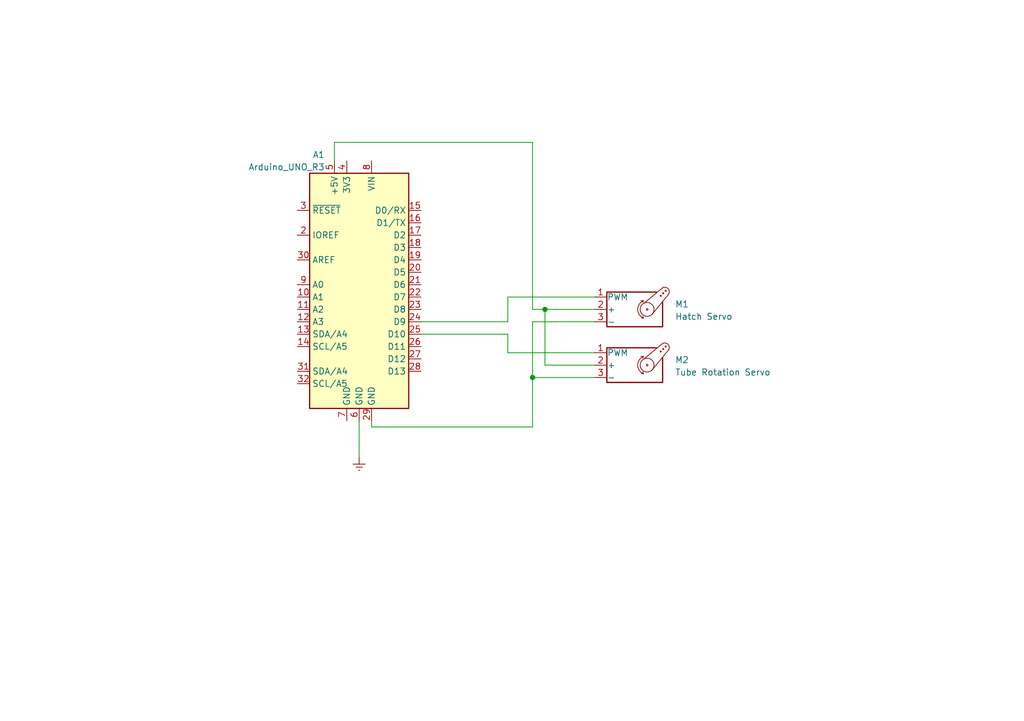
<source format=kicad_sch>
(kicad_sch (version 20230121) (generator eeschema)
  (paper "A5")
  (title_block (title "Dumper Simple Circuit") (date "2024-02-20"))
  (lib_symbols
    (symbol "MCU_Module:Arduino_UNO_R3"
      (property "Reference" "A" (at -10.16 23.495 0))
      (property "Value" "Arduino_UNO_R3" (at 5.08 -26.67 0))
      (symbol "Arduino_UNO_R3_0_1"
        (rectangle (start -10.16 22.86) (end 10.16 -25.4) (stroke (width 0.254)) (fill (type background)))
      )
      (symbol "Arduino_UNO_R3_1_1"
        (pin no_connect line (at -10.16 -20.32 0) (length 2.54) hide (name "NC") (number "1"))
        (pin bidirectional line (at 12.7 -2.54 180) (length 2.54) (name "A1") (number "10"))
        (pin bidirectional line (at 12.7 -5.08 180) (length 2.54) (name "A2") (number "11"))
        (pin bidirectional line (at 12.7 -7.62 180) (length 2.54) (name "A3") (number "12"))
        (pin bidirectional line (at 12.7 -10.16 180) (length 2.54) (name "SDA/A4") (number "13"))
        (pin bidirectional line (at 12.7 -12.7 180) (length 2.54) (name "SCL/A5") (number "14"))
        (pin bidirectional line (at -12.7 15.24 0) (length 2.54) (name "D0/RX") (number "15"))
        (pin bidirectional line (at -12.7 12.7 0) (length 2.54) (name "D1/TX") (number "16"))
        (pin bidirectional line (at -12.7 10.16 0) (length 2.54) (name "D2") (number "17"))
        (pin bidirectional line (at -12.7 7.62 0) (length 2.54) (name "D3") (number "18"))
        (pin bidirectional line (at -12.7 5.08 0) (length 2.54) (name "D4") (number "19"))
        (pin output line (at 12.7 10.16 180) (length 2.54) (name "IOREF") (number "2"))
        (pin bidirectional line (at -12.7 2.54 0) (length 2.54) (name "D5") (number "20"))
        (pin bidirectional line (at -12.7 0 0) (length 2.54) (name "D6") (number "21"))
        (pin bidirectional line (at -12.7 -2.54 0) (length 2.54) (name "D7") (number "22"))
        (pin bidirectional line (at -12.7 -5.08 0) (length 2.54) (name "D8") (number "23"))
        (pin bidirectional line (at -12.7 -7.62 0) (length 2.54) (name "D9") (number "24"))
        (pin bidirectional line (at -12.7 -10.16 0) (length 2.54) (name "D10") (number "25"))
        (pin bidirectional line (at -12.7 -12.7 0) (length 2.54) (name "D11") (number "26"))
        (pin bidirectional line (at -12.7 -15.24 0) (length 2.54) (name "D12") (number "27"))
        (pin bidirectional line (at -12.7 -17.78 0) (length 2.54) (name "D13") (number "28"))
        (pin power_in line (at -2.54 -27.94 90) (length 2.54) (name "GND") (number "29"))
        (pin input line (at 12.7 15.24 180) (length 2.54) (name "~{RESET}") (number "3"))
        (pin input line (at 12.7 5.08 180) (length 2.54) (name "AREF") (number "30"))
        (pin bidirectional line (at 12.7 -17.78 180) (length 2.54) (name "SDA/A4") (number "31"))
        (pin bidirectional line (at 12.7 -20.32 180) (length 2.54) (name "SCL/A5") (number "32"))
        (pin power_out line (at 2.54 25.4 270) (length 2.54) (name "3V3") (number "4"))
        (pin power_out line (at 5.08 25.4 270) (length 2.54) (name "+5V") (number "5"))
        (pin power_in line (at 0 -27.94 90) (length 2.54) (name "GND") (number "6"))
        (pin power_in line (at 2.54 -27.94 90) (length 2.54) (name "GND") (number "7"))
        (pin power_in line (at -2.54 25.4 270) (length 2.54) (name "VIN") (number "8"))
        (pin bidirectional line (at 12.7 0 180) (length 2.54) (name "A0") (number "9"))
      )
    )
    (symbol "Motor:Motor_Servo" (pin_names (offset 0.0254))
      (property "Reference" "M" (at -5.08 4.445 0))
      (property "Value" "Motor_Servo" (at -5.08 -4.064 0))
      (symbol "Motor_Servo_0_1"
        (polyline (pts (xy 2.413 -1.778) (xy 2.032 -1.778)))
        (polyline (pts (xy 2.413 -1.778) (xy 2.286 -1.397)))
        (polyline (pts (xy 2.413 1.778) (xy 1.905 1.778)))
        (polyline (pts (xy 2.413 1.778) (xy 2.286 1.397)))
        (polyline (pts (xy 6.35 4.445) (xy 2.54 1.27)))
        (polyline (pts (xy 7.62 3.175) (xy 4.191 -1.016)))
        (polyline (pts (xy 5.08 3.556) (xy -5.08 3.556) (xy -5.08 -3.556) (xy 6.35 -3.556) (xy 6.35 1.524)) (stroke (width 0.254)))
        (arc (start 2.413 1.778) (mid 1.2406 0) (end 2.413 -1.778))
        (circle (center 3.175 0) (radius 0.1778))
        (circle (center 3.175 0) (radius 1.4224))
        (circle (center 5.969 2.794) (radius 0.127))
        (circle (center 6.477 3.302) (radius 0.127))
        (circle (center 6.985 3.81) (radius 0.127))
        (arc (start 7.62 3.175) (mid 7.4485 4.2735) (end 6.35 4.445))
      )
      (symbol "Motor_Servo_1_1"
        (pin passive line (at -7.62 2.54 0) (length 2.54) (name "PWM") (number "1"))
        (pin passive line (at -7.62 0 0) (length 2.54) (name "+") (number "2"))
        (pin passive line (at -7.62 -2.54 0) (length 2.54) (name "-") (number "3"))
      )
    )
    (symbol "power:Earth" (power) (pin_names (offset 0))
      (symbol "Earth_0_1"
        (polyline (pts (xy -0.635 -1.905) (xy 0.635 -1.905)))
        (polyline (pts (xy -0.127 -2.54) (xy 0.127 -2.54)))
        (polyline (pts (xy 0 -1.27) (xy 0 0)))
        (polyline (pts (xy 1.27 -1.27) (xy -1.27 -1.27)))
      )
      (symbol "Earth_1_1"
        (pin power_in line (at 0 0 270) (length 0) hide (name "Earth") (number "1"))
      )
    )
  )
  (junction (at 111.76 63.5))
  (junction (at 109.22 77.47))
  (wire (pts (xy 104.14 66.04) (xy 104.14 60.96)))
  (wire (pts (xy 109.22 77.47) (xy 121.92 77.47)))
  (wire (pts (xy 104.14 72.39) (xy 121.92 72.39)))
  (wire (pts (xy 109.22 66.04) (xy 121.92 66.04)))
  (wire (pts (xy 86.36 66.04) (xy 104.14 66.04)))
  (wire (pts (xy 104.14 60.96) (xy 121.92 60.96)))
  (wire (pts (xy 68.58 29.21) (xy 109.22 29.21)))
  (wire (pts (xy 73.66 86.36) (xy 73.66 93.98)))
  (wire (pts (xy 121.92 74.93) (xy 111.76 74.93)))
  (wire (pts (xy 76.2 87.63) (xy 76.2 86.36)))
  (wire (pts (xy 111.76 63.5) (xy 121.92 63.5)))
  (wire (pts (xy 111.76 74.93) (xy 111.76 63.5)))
  (wire (pts (xy 109.22 63.5) (xy 111.76 63.5)))
  (wire (pts (xy 104.14 68.58) (xy 104.14 72.39)))
  (wire (pts (xy 109.22 77.47) (xy 109.22 66.04)))
  (wire (pts (xy 76.2 87.63) (xy 109.22 87.63)))
  (wire (pts (xy 86.36 68.58) (xy 104.14 68.58)))
  (wire (pts (xy 68.58 33.02) (xy 68.58 29.21)))
  (wire (pts (xy 109.22 29.21) (xy 109.22 63.5)))
  (wire (pts (xy 109.22 87.63) (xy 109.22 77.47)))
  (symbol (lib_id "Motor:Motor_Servo") (at 129.54 74.93 0) (unit 1)
    (property "Reference" "M2" (at 138.43 73.8616 0) (effects (justify left)))
    (property "Value" "Tube Rotation Servo" (at 138.43 76.4016 0) (effects (justify left)))
    (property "Datasheet" "http://forums.parallax.com/uploads/attachments/46831/74481.png" (effects hide))
  )
  (symbol (lib_id "MCU_Module:Arduino_UNO_R3") (at 73.66 58.42 0) (mirror y) (unit 1)
    (property "Reference" "A1" (at 66.6241 31.75 0) (effects (justify left)))
    (property "Value" "Arduino_UNO_R3" (at 66.6241 34.29 0) (effects (justify left)))
    (property "Footprint" "Module:Arduino_UNO_R3" (effects hide))
    (property "Datasheet" "https://www.arduino.cc/en/Main/arduinoBoardUno" (effects hide))
  )
  (symbol (lib_id "Motor:Motor_Servo") (at 129.54 63.5 0) (unit 1)
    (property "Reference" "M1" (at 138.43 62.4316 0) (effects (justify left)))
    (property "Value" "Hatch Servo" (at 138.43 64.9716 0) (effects (justify left)))
    (property "Datasheet" "http://forums.parallax.com/uploads/attachments/46831/74481.png" (effects hide))
  )
  (symbol (lib_id "power:Earth") (at 73.66 93.98 0) (unit 1)
    (property "Reference" "#PWR01" (effects hide))
    (property "Value" "Earth" (effects hide))
  )
)
</source>
